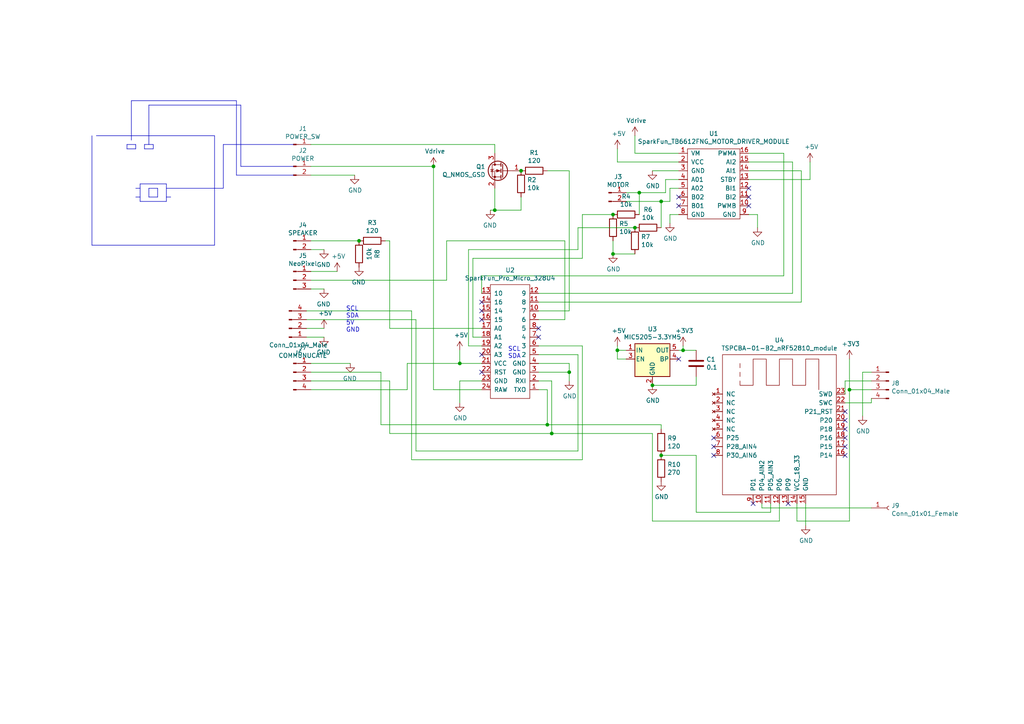
<source format=kicad_sch>
(kicad_sch (version 20230121) (generator eeschema)
  (paper "A4")
  (lib_symbols
    (symbol "Connector:Conn_01x01_Female" (pin_names (offset 1.016) hide)
      (property "Reference" "J" (at 0 2.54 0))
      (property "Value" "Conn_01x01_Female" (at 0 -2.54 0))
      (symbol "Conn_01x01_Female_1_1"
        (polyline (pts (xy -1.27 0) (xy -0.508 0)) (stroke (width 0.1524)))
        (arc (start 0 0.508) (mid -0.5058 0) (end 0 -0.508) (stroke (width 0.1524)))
        (pin passive line (at -5.08 0 0) (length 3.81) (name "Pin_1") (number "1"))
      )
    )
    (symbol "Connector:Conn_01x01_Male" (pin_names (offset 1.016) hide)
      (property "Reference" "J" (at 0 2.54 0))
      (property "Value" "Conn_01x01_Male" (at 0 -2.54 0))
      (symbol "Conn_01x01_Male_1_1"
        (polyline (pts (xy 1.27 0) (xy 0.8636 0)) (stroke (width 0.1524)))
        (rectangle (start 0.8636 0.127) (end 0 -0.127) (stroke (width 0.1524)) (fill (type outline)))
        (pin passive line (at 5.08 0 180) (length 3.81) (name "Pin_1") (number "1"))
      )
    )
    (symbol "Connector:Conn_01x02_Male" (pin_names (offset 1.016) hide)
      (property "Reference" "J" (at 0 2.54 0))
      (property "Value" "Conn_01x02_Male" (at 0 -5.08 0))
      (symbol "Conn_01x02_Male_1_1"
        (polyline (pts (xy 1.27 -2.54) (xy 0.8636 -2.54)) (stroke (width 0.1524)))
        (polyline (pts (xy 1.27 0) (xy 0.8636 0)) (stroke (width 0.1524)))
        (rectangle (start 0.8636 -2.413) (end 0 -2.667) (stroke (width 0.1524)) (fill (type outline)))
        (rectangle (start 0.8636 0.127) (end 0 -0.127) (stroke (width 0.1524)) (fill (type outline)))
        (pin passive line (at 5.08 0 180) (length 3.81) (name "Pin_1") (number "1"))
        (pin passive line (at 5.08 -2.54 180) (length 3.81) (name "Pin_2") (number "2"))
      )
    )
    (symbol "Connector:Conn_01x03_Male" (pin_names (offset 1.016) hide)
      (property "Reference" "J" (at 0 5.08 0))
      (property "Value" "Conn_01x03_Male" (at 0 -5.08 0))
      (symbol "Conn_01x03_Male_1_1"
        (polyline (pts (xy 1.27 -2.54) (xy 0.8636 -2.54)) (stroke (width 0.1524)))
        (polyline (pts (xy 1.27 0) (xy 0.8636 0)) (stroke (width 0.1524)))
        (polyline (pts (xy 1.27 2.54) (xy 0.8636 2.54)) (stroke (width 0.1524)))
        (rectangle (start 0.8636 -2.413) (end 0 -2.667) (stroke (width 0.1524)) (fill (type outline)))
        (rectangle (start 0.8636 0.127) (end 0 -0.127) (stroke (width 0.1524)) (fill (type outline)))
        (rectangle (start 0.8636 2.667) (end 0 2.413) (stroke (width 0.1524)) (fill (type outline)))
        (pin passive line (at 5.08 2.54 180) (length 3.81) (name "Pin_1") (number "1"))
        (pin passive line (at 5.08 0 180) (length 3.81) (name "Pin_2") (number "2"))
        (pin passive line (at 5.08 -2.54 180) (length 3.81) (name "Pin_3") (number "3"))
      )
    )
    (symbol "Connector:Conn_01x04_Male" (pin_names (offset 1.016) hide)
      (property "Reference" "J" (at 0 5.08 0))
      (property "Value" "Conn_01x04_Male" (at 0 -7.62 0))
      (symbol "Conn_01x04_Male_1_1"
        (polyline (pts (xy 1.27 -5.08) (xy 0.8636 -5.08)) (stroke (width 0.1524)))
        (polyline (pts (xy 1.27 -2.54) (xy 0.8636 -2.54)) (stroke (width 0.1524)))
        (polyline (pts (xy 1.27 0) (xy 0.8636 0)) (stroke (width 0.1524)))
        (polyline (pts (xy 1.27 2.54) (xy 0.8636 2.54)) (stroke (width 0.1524)))
        (rectangle (start 0.8636 -4.953) (end 0 -5.207) (stroke (width 0.1524)) (fill (type outline)))
        (rectangle (start 0.8636 -2.413) (end 0 -2.667) (stroke (width 0.1524)) (fill (type outline)))
        (rectangle (start 0.8636 0.127) (end 0 -0.127) (stroke (width 0.1524)) (fill (type outline)))
        (rectangle (start 0.8636 2.667) (end 0 2.413) (stroke (width 0.1524)) (fill (type outline)))
        (pin passive line (at 5.08 2.54 180) (length 3.81) (name "Pin_1") (number "1"))
        (pin passive line (at 5.08 0 180) (length 3.81) (name "Pin_2") (number "2"))
        (pin passive line (at 5.08 -2.54 180) (length 3.81) (name "Pin_3") (number "3"))
        (pin passive line (at 5.08 -5.08 180) (length 3.81) (name "Pin_4") (number "4"))
      )
    )
    (symbol "Device:C" (pin_numbers hide) (pin_names (offset 0.254))
      (property "Reference" "C" (at 0.635 2.54 0))
      (property "Value" "C" (at 0.635 -2.54 0))
      (symbol "C_0_1"
        (polyline (pts (xy -2.032 -0.762) (xy 2.032 -0.762)) (stroke (width 0.508)))
        (polyline (pts (xy -2.032 0.762) (xy 2.032 0.762)) (stroke (width 0.508)))
      )
      (symbol "C_1_1"
        (pin passive line (at 0 3.81 270) (length 2.794) (name "~") (number "1"))
        (pin passive line (at 0 -3.81 90) (length 2.794) (name "~") (number "2"))
      )
    )
    (symbol "Device:Q_NMOS_GSD" (pin_names (offset 0) hide)
      (property "Reference" "Q" (at 5.08 1.27 0))
      (property "Value" "Q_NMOS_GSD" (at 5.08 -1.27 0))
      (symbol "Q_NMOS_GSD_0_1"
        (polyline (pts (xy 0.254 0) (xy -2.54 0)))
        (polyline (pts (xy 0.254 1.905) (xy 0.254 -1.905)) (stroke (width 0.254)))
        (polyline (pts (xy 0.762 -1.27) (xy 0.762 -2.286)) (stroke (width 0.254)))
        (polyline (pts (xy 0.762 0.508) (xy 0.762 -0.508)) (stroke (width 0.254)))
        (polyline (pts (xy 0.762 2.286) (xy 0.762 1.27)) (stroke (width 0.254)))
        (polyline (pts (xy 2.54 2.54) (xy 2.54 1.778)))
        (polyline (pts (xy 2.54 -2.54) (xy 2.54 0) (xy 0.762 0)))
        (polyline (pts (xy 0.762 -1.778) (xy 3.302 -1.778) (xy 3.302 1.778) (xy 0.762 1.778)))
        (polyline (pts (xy 1.016 0) (xy 2.032 0.381) (xy 2.032 -0.381) (xy 1.016 0)) (fill (type outline)))
        (polyline (pts (xy 2.794 0.508) (xy 2.921 0.381) (xy 3.683 0.381) (xy 3.81 0.254)))
        (polyline (pts (xy 3.302 0.381) (xy 2.921 -0.254) (xy 3.683 -0.254) (xy 3.302 0.381)))
        (circle (center 1.651 0) (radius 2.794) (stroke (width 0.254)))
        (circle (center 2.54 -1.778) (radius 0.254) (fill (type outline)))
        (circle (center 2.54 1.778) (radius 0.254) (fill (type outline)))
      )
      (symbol "Q_NMOS_GSD_1_1"
        (pin input line (at -5.08 0 0) (length 2.54) (name "G") (number "1"))
        (pin passive line (at 2.54 -5.08 90) (length 2.54) (name "S") (number "2"))
        (pin passive line (at 2.54 5.08 270) (length 2.54) (name "D") (number "3"))
      )
    )
    (symbol "Device:R" (pin_numbers hide) (pin_names (offset 0))
      (property "Reference" "R" (at 2.032 0 90))
      (property "Value" "R" (at 0 0 90))
      (symbol "R_0_1"
        (rectangle (start -1.016 -2.54) (end 1.016 2.54) (stroke (width 0.254)))
      )
      (symbol "R_1_1"
        (pin passive line (at 0 3.81 270) (length 1.27) (name "~") (number "1"))
        (pin passive line (at 0 -3.81 90) (length 1.27) (name "~") (number "2"))
      )
    )
    (symbol "QuinoaChipPlant-rescue:SparkFun_Pro_Micro_328U4-nanbuwks" (pin_names (offset 1.016))
      (property "Reference" "U" (at -1.27 17.78 0))
      (property "Value" "nanbuwks_SparkFun_Pro_Micro_328U4" (at 0 -17.78 0))
      (symbol "SparkFun_Pro_Micro_328U4-nanbuwks_0_1"
        (rectangle (start -6.35 16.51) (end 5.08 -16.51))
      )
      (symbol "SparkFun_Pro_Micro_328U4-nanbuwks_1_1"
        (pin input line (at 7.62 -13.97 180) (length 2.54) (name "TXO") (number "1"))
        (pin bidirectional line (at 7.62 8.89 180) (length 2.54) (name "7") (number "10"))
        (pin bidirectional line (at 7.62 11.43 180) (length 2.54) (name "8") (number "11"))
        (pin bidirectional line (at 7.62 13.97 180) (length 2.54) (name "9") (number "12"))
        (pin bidirectional line (at -8.89 13.97 0) (length 2.54) (name "10") (number "13"))
        (pin bidirectional line (at -8.89 11.43 0) (length 2.54) (name "16") (number "14"))
        (pin bidirectional line (at -8.89 8.89 0) (length 2.54) (name "14") (number "15"))
        (pin bidirectional line (at -8.89 6.35 0) (length 2.54) (name "15") (number "16"))
        (pin bidirectional line (at -8.89 3.81 0) (length 2.54) (name "A0") (number "17"))
        (pin bidirectional line (at -8.89 1.27 0) (length 2.54) (name "A1") (number "18"))
        (pin bidirectional line (at -8.89 -1.27 0) (length 2.54) (name "A2") (number "19"))
        (pin input line (at 7.62 -11.43 180) (length 2.54) (name "RXI") (number "2"))
        (pin bidirectional line (at -8.89 -3.81 0) (length 2.54) (name "A3") (number "20"))
        (pin power_in line (at -8.89 -6.35 0) (length 2.54) (name "VCC") (number "21"))
        (pin power_in line (at -8.89 -8.89 0) (length 2.54) (name "RST") (number "22"))
        (pin power_in line (at -8.89 -11.43 0) (length 2.54) (name "GND") (number "23"))
        (pin power_in line (at -8.89 -13.97 0) (length 2.54) (name "RAW") (number "24"))
        (pin power_in line (at 7.62 -8.89 180) (length 2.54) (name "GND") (number "3"))
        (pin power_in line (at 7.62 -6.35 180) (length 2.54) (name "GND") (number "4"))
        (pin bidirectional line (at 7.62 -3.81 180) (length 2.54) (name "2") (number "5"))
        (pin bidirectional line (at 7.62 -1.27 180) (length 2.54) (name "3") (number "6"))
        (pin bidirectional line (at 7.62 1.27 180) (length 2.54) (name "4") (number "7"))
        (pin bidirectional line (at 7.62 3.81 180) (length 2.54) (name "5") (number "8"))
        (pin bidirectional line (at 7.62 6.35 180) (length 2.54) (name "6") (number "9"))
      )
    )
    (symbol "QuinoaChipPlant-rescue:SparkFun_TB6612FNG_MOTOR_DRIVER_MODULE-nanbuwks" (pin_names (offset 1.016))
      (property "Reference" "U" (at -1.27 11.43 0))
      (property "Value" "nanbuwks_SparkFun_TB6612FNG_MOTOR_DRIVER_MODULE" (at 0 -11.43 0))
      (symbol "SparkFun_TB6612FNG_MOTOR_DRIVER_MODULE-nanbuwks_0_1"
        (rectangle (start -7.62 10.16) (end 7.62 -10.16))
      )
      (symbol "SparkFun_TB6612FNG_MOTOR_DRIVER_MODULE-nanbuwks_1_1"
        (pin power_in line (at -10.16 8.89 0) (length 2.54) (name "VM") (number "1"))
        (pin input line (at 10.16 -6.35 180) (length 2.54) (name "PWMB") (number "10"))
        (pin input line (at 10.16 -3.81 180) (length 2.54) (name "BI2") (number "11"))
        (pin input line (at 10.16 -1.27 180) (length 2.54) (name "BI1") (number "12"))
        (pin input line (at 10.16 1.27 180) (length 2.54) (name "STBY") (number "13"))
        (pin input line (at 10.16 3.81 180) (length 2.54) (name "AI1") (number "14"))
        (pin input line (at 10.16 6.35 180) (length 2.54) (name "AI2") (number "15"))
        (pin input line (at 10.16 8.89 180) (length 2.54) (name "PWMA") (number "16"))
        (pin power_in line (at -10.16 6.35 0) (length 2.54) (name "VCC") (number "2"))
        (pin power_in line (at -10.16 3.81 0) (length 2.54) (name "GND") (number "3"))
        (pin output line (at -10.16 1.27 0) (length 2.54) (name "A01") (number "4"))
        (pin output line (at -10.16 -1.27 0) (length 2.54) (name "A02") (number "5"))
        (pin output line (at -10.16 -3.81 0) (length 2.54) (name "B02") (number "6"))
        (pin output line (at -10.16 -6.35 0) (length 2.54) (name "B01") (number "7"))
        (pin power_in line (at -10.16 -8.89 0) (length 2.54) (name "GND") (number "8"))
        (pin power_in line (at 10.16 -8.89 180) (length 2.54) (name "GND") (number "9"))
      )
    )
    (symbol "QuinoaChipPlant-rescue:TSPCBA-01-B2_nRF52810_module-nanbuwks" (pin_names (offset 1.016))
      (property "Reference" "U" (at 0 0 0))
      (property "Value" "nanbuwks_TSPCBA-01-B2_nRF52810_module" (at 0 24.13 0))
      (symbol "TSPCBA-01-B2_nRF52810_module-nanbuwks_0_1"
        (rectangle (start -16.51 22.86) (end 16.51 -17.78))
        (polyline (pts (xy -11.43 16.51) (xy -11.43 17.78)))
        (polyline (pts (xy -11.43 19.05) (xy -11.43 20.32)))
        (polyline (pts (xy 11.43 12.7) (xy 11.43 20.32) (xy 11.43 21.59) (xy 7.62 21.59) (xy 7.62 13.97) (xy 3.81 13.97) (xy 3.81 21.59) (xy 0 21.59) (xy 0 13.97) (xy -3.81 13.97) (xy -3.81 21.59) (xy -7.62 21.59) (xy -7.62 13.97) (xy -11.43 13.97) (xy -11.43 15.24)))
      )
      (symbol "TSPCBA-01-B2_nRF52810_module-nanbuwks_1_1"
        (pin no_connect line (at -19.05 11.43 0) (length 2.54) (name "NC") (number "1"))
        (pin bidirectional line (at -5.08 -20.32 90) (length 2.54) (name "P04_AIN2") (number "10"))
        (pin bidirectional line (at -2.54 -20.32 90) (length 2.54) (name "P05_AIN3") (number "11"))
        (pin bidirectional line (at 0 -20.32 90) (length 2.54) (name "P06") (number "12"))
        (pin bidirectional line (at 2.54 -20.32 90) (length 2.54) (name "P09") (number "13"))
        (pin power_in line (at 5.08 -20.32 90) (length 2.54) (name "VCC_18_33") (number "14"))
        (pin power_in line (at 7.62 -20.32 90) (length 2.54) (name "GND") (number "15"))
        (pin bidirectional line (at 19.05 -6.35 180) (length 2.54) (name "P14") (number "16"))
        (pin bidirectional line (at 19.05 -3.81 180) (length 2.54) (name "P15") (number "17"))
        (pin bidirectional line (at 19.05 -1.27 180) (length 2.54) (name "P16") (number "18"))
        (pin bidirectional line (at 19.05 1.27 180) (length 2.54) (name "P18") (number "19"))
        (pin no_connect line (at -19.05 8.89 0) (length 2.54) (name "NC") (number "2"))
        (pin bidirectional line (at 19.05 3.81 180) (length 2.54) (name "P20") (number "20"))
        (pin bidirectional line (at 19.05 6.35 180) (length 2.54) (name "P21_RST") (number "21"))
        (pin bidirectional line (at 19.05 8.89 180) (length 2.54) (name "SWC") (number "22"))
        (pin bidirectional line (at 19.05 11.43 180) (length 2.54) (name "SWD") (number "23"))
        (pin no_connect line (at -19.05 6.35 0) (length 2.54) (name "NC") (number "3"))
        (pin no_connect line (at -19.05 3.81 0) (length 2.54) (name "NC") (number "4"))
        (pin no_connect line (at -19.05 1.27 0) (length 2.54) (name "NC") (number "5"))
        (pin bidirectional line (at -19.05 -1.27 0) (length 2.54) (name "P25") (number "6"))
        (pin bidirectional line (at -19.05 -3.81 0) (length 2.54) (name "P28_AIN4") (number "7"))
        (pin bidirectional line (at -19.05 -6.35 0) (length 2.54) (name "P30_AIN6") (number "8"))
        (pin bidirectional line (at -7.62 -20.32 90) (length 2.54) (name "P01") (number "9"))
      )
    )
    (symbol "Regulator_Linear:MIC5205-3.3YM5" (pin_names (offset 0.254))
      (property "Reference" "U" (at -3.81 5.715 0))
      (property "Value" "MIC5205-3.3YM5" (at 0 5.715 0))
      (symbol "MIC5205-3.3YM5_0_1"
        (rectangle (start -5.08 4.445) (end 5.08 -5.08) (stroke (width 0.254)) (fill (type background)))
      )
      (symbol "MIC5205-3.3YM5_1_1"
        (pin power_in line (at -7.62 2.54 0) (length 2.54) (name "IN") (number "1"))
        (pin power_in line (at 0 -7.62 90) (length 2.54) (name "GND") (number "2"))
        (pin input line (at -7.62 0 0) (length 2.54) (name "EN") (number "3"))
        (pin input line (at 7.62 0 180) (length 2.54) (name "BP") (number "4"))
        (pin power_out line (at 7.62 2.54 180) (length 2.54) (name "OUT") (number "5"))
      )
    )
    (symbol "power:+3.3V" (power) (pin_names (offset 0))
      (property "Value" "+3.3V" (at 0 3.556 0))
      (symbol "+3.3V_0_1"
        (polyline (pts (xy -0.762 1.27) (xy 0 2.54)))
        (polyline (pts (xy 0 0) (xy 0 2.54)))
        (polyline (pts (xy 0 2.54) (xy 0.762 1.27)))
      )
      (symbol "+3.3V_1_1"
        (pin power_in line (at 0 0 90) (length 0) hide (name "+3V3") (number "1"))
      )
    )
    (symbol "power:+5V" (power) (pin_names (offset 0))
      (property "Value" "+5V" (at 0 3.556 0))
      (symbol "+5V_0_1"
        (polyline (pts (xy -0.762 1.27) (xy 0 2.54)))
        (polyline (pts (xy 0 0) (xy 0 2.54)))
        (polyline (pts (xy 0 2.54) (xy 0.762 1.27)))
      )
      (symbol "+5V_1_1"
        (pin power_in line (at 0 0 90) (length 0) hide (name "+5V") (number "1"))
      )
    )
    (symbol "power:GND" (power) (pin_names (offset 0))
      (property "Value" "GND" (at 0 -3.81 0))
      (symbol "GND_0_1"
        (polyline (pts (xy 0 0) (xy 0 -1.27) (xy 1.27 -1.27) (xy 0 -2.54) (xy -1.27 -1.27) (xy 0 -1.27)))
      )
      (symbol "GND_1_1"
        (pin power_in line (at 0 0 270) (length 0) hide (name "GND") (number "1"))
      )
    )
    (symbol "power:Vdrive" (power) (pin_names (offset 0))
      (property "Value" "Vdrive" (at 0 3.81 0))
      (symbol "Vdrive_0_1"
        (polyline (pts (xy -0.762 1.27) (xy 0 2.54)))
        (polyline (pts (xy 0 0) (xy 0 2.54)))
        (polyline (pts (xy 0 2.54) (xy 0.762 1.27)))
      )
      (symbol "Vdrive_1_1"
        (pin power_in line (at 0 0 90) (length 0) hide (name "Vdrive") (number "1"))
      )
    )
  )
  (junction (at 179.07 101.6))
  (junction (at 191.77 58.42))
  (junction (at 133.35 105.41))
  (junction (at 177.8 73.66))
  (junction (at 143.51 60.96))
  (junction (at 158.75 123.19))
  (junction (at 104.14 69.85))
  (junction (at 189.23 111.76))
  (junction (at 125.73 48.26))
  (junction (at 151.13 49.53))
  (junction (at 184.15 66.04))
  (junction (at 160.02 125.73))
  (junction (at 191.77 132.08))
  (junction (at 165.1 107.95))
  (junction (at 177.8 62.23))
  (junction (at 198.12 101.6))
  (junction (at 246.38 113.03))
  (junction (at 185.42 55.88))
  (no_connect (at 217.17 54.61))
  (no_connect (at 139.7 102.87))
  (no_connect (at 156.21 95.25))
  (no_connect (at 245.11 121.92))
  (no_connect (at 207.01 129.54))
  (no_connect (at 245.11 119.38))
  (no_connect (at 207.01 127))
  (no_connect (at 245.11 129.54))
  (no_connect (at 156.21 97.79))
  (no_connect (at 228.6 146.05))
  (no_connect (at 196.85 104.14))
  (no_connect (at 139.7 92.71))
  (no_connect (at 217.17 59.69))
  (no_connect (at 139.7 90.17))
  (no_connect (at 207.01 132.08))
  (no_connect (at 217.17 57.15))
  (no_connect (at 196.85 59.69))
  (no_connect (at 218.44 146.05))
  (no_connect (at 196.85 57.15))
  (no_connect (at 245.11 132.08))
  (no_connect (at 139.7 107.95))
  (no_connect (at 245.11 124.46))
  (no_connect (at 245.11 127))
  (no_connect (at 139.7 87.63))
  (polyline (pts (xy 68.58 50.8) (xy 85.09 50.8)))
  (wire (pts (xy 185.42 62.23) (xy 185.42 55.88)))
  (wire (pts (xy 156.21 87.63) (xy 232.41 87.63)))
  (wire (pts (xy 158.75 113.03) (xy 158.75 123.19)))
  (wire (pts (xy 184.15 44.45) (xy 184.15 39.37)))
  (polyline (pts (xy 26.67 71.12) (xy 62.23 71.12)))
  (polyline (pts (xy 38.1 29.21) (xy 68.58 29.21)))
  (wire (pts (xy 168.91 100.33) (xy 168.91 133.35)))
  (wire (pts (xy 125.73 48.26) (xy 125.73 113.03)))
  (wire (pts (xy 252.73 107.95) (xy 250.19 107.95)))
  (wire (pts (xy 196.85 49.53) (xy 189.23 49.53)))
  (wire (pts (xy 119.38 90.17) (xy 88.9 90.17)))
  (wire (pts (xy 233.68 146.05) (xy 233.68 152.4)))
  (wire (pts (xy 179.07 100.33) (xy 179.07 101.6)))
  (wire (pts (xy 217.17 44.45) (xy 227.33 44.45)))
  (wire (pts (xy 252.73 116.84) (xy 252.73 115.57)))
  (wire (pts (xy 139.7 105.41) (xy 133.35 105.41)))
  (polyline (pts (xy 85.09 48.26) (xy 69.85 48.26)))
  (wire (pts (xy 156.21 100.33) (xy 168.91 100.33)))
  (wire (pts (xy 189.23 125.73) (xy 189.23 151.13)))
  (polyline (pts (xy 48.26 54.61) (xy 64.77 54.61)))
  (wire (pts (xy 110.49 123.19) (xy 158.75 123.19)))
  (wire (pts (xy 219.71 62.23) (xy 219.71 66.04)))
  (wire (pts (xy 168.91 62.23) (xy 177.8 62.23)))
  (wire (pts (xy 137.16 74.93) (xy 168.91 74.93)))
  (wire (pts (xy 160.02 110.49) (xy 156.21 110.49)))
  (polyline (pts (xy 39.37 41.91) (xy 36.83 41.91)))
  (polyline (pts (xy 48.26 53.34) (xy 40.64 53.34)))
  (wire (pts (xy 191.77 58.42) (xy 181.61 58.42)))
  (wire (pts (xy 90.17 81.28) (xy 129.54 81.28)))
  (wire (pts (xy 201.93 111.76) (xy 201.93 109.22)))
  (wire (pts (xy 163.83 92.71) (xy 156.21 92.71)))
  (wire (pts (xy 156.21 105.41) (xy 165.1 105.41)))
  (wire (pts (xy 90.17 48.26) (xy 125.73 48.26)))
  (wire (pts (xy 227.33 44.45) (xy 227.33 80.01)))
  (wire (pts (xy 201.93 132.08) (xy 201.93 148.59)))
  (wire (pts (xy 189.23 151.13) (xy 226.06 151.13)))
  (polyline (pts (xy 41.91 41.91) (xy 41.91 43.18)))
  (wire (pts (xy 165.1 90.17) (xy 156.21 90.17)))
  (polyline (pts (xy 40.64 58.42) (xy 48.26 58.42)))
  (polyline (pts (xy 43.18 30.48) (xy 43.18 41.91)))
  (wire (pts (xy 191.77 132.08) (xy 201.93 132.08)))
  (polyline (pts (xy 26.67 39.37) (xy 26.67 71.12)))
  (wire (pts (xy 223.52 146.05) (xy 223.52 148.59)))
  (polyline (pts (xy 40.64 54.61) (xy 39.37 54.61)))
  (polyline (pts (xy 39.37 43.18) (xy 39.37 41.91)))
  (polyline (pts (xy 40.64 53.34) (xy 40.64 58.42)))
  (wire (pts (xy 167.64 130.81) (xy 167.64 102.87)))
  (wire (pts (xy 229.87 46.99) (xy 217.17 46.99)))
  (wire (pts (xy 167.64 72.39) (xy 167.64 66.04)))
  (wire (pts (xy 160.02 125.73) (xy 189.23 125.73)))
  (wire (pts (xy 139.7 110.49) (xy 133.35 110.49)))
  (wire (pts (xy 252.73 113.03) (xy 246.38 113.03)))
  (wire (pts (xy 193.04 55.88) (xy 193.04 52.07)))
  (wire (pts (xy 198.12 101.6) (xy 201.93 101.6)))
  (wire (pts (xy 143.51 54.61) (xy 143.51 60.96)))
  (wire (pts (xy 231.14 151.13) (xy 231.14 146.05)))
  (wire (pts (xy 90.17 113.03) (xy 118.11 113.03)))
  (wire (pts (xy 198.12 101.6) (xy 198.12 100.33)))
  (wire (pts (xy 151.13 57.15) (xy 151.13 60.96)))
  (polyline (pts (xy 41.91 43.18) (xy 44.45 43.18)))
  (polyline (pts (xy 62.23 39.37) (xy 27.94 39.37)))
  (wire (pts (xy 113.03 69.85) (xy 113.03 95.25)))
  (wire (pts (xy 165.1 107.95) (xy 165.1 110.49)))
  (wire (pts (xy 88.9 92.71) (xy 120.65 92.71)))
  (wire (pts (xy 135.89 72.39) (xy 167.64 72.39)))
  (wire (pts (xy 133.35 105.41) (xy 133.35 101.6)))
  (wire (pts (xy 229.87 46.99) (xy 229.87 85.09)))
  (wire (pts (xy 191.77 123.19) (xy 158.75 123.19)))
  (wire (pts (xy 143.51 41.91) (xy 143.51 44.45)))
  (wire (pts (xy 151.13 60.96) (xy 143.51 60.96)))
  (polyline (pts (xy 44.45 41.91) (xy 41.91 41.91)))
  (polyline (pts (xy 48.26 57.15) (xy 49.53 57.15)))
  (wire (pts (xy 163.83 69.85) (xy 163.83 92.71)))
  (wire (pts (xy 196.85 44.45) (xy 184.15 44.45)))
  (wire (pts (xy 129.54 69.85) (xy 129.54 81.28)))
  (wire (pts (xy 129.54 69.85) (xy 163.83 69.85)))
  (wire (pts (xy 158.75 49.53) (xy 165.1 49.53)))
  (polyline (pts (xy 45.72 57.15) (xy 45.72 54.61)))
  (wire (pts (xy 246.38 113.03) (xy 246.38 151.13)))
  (wire (pts (xy 181.61 104.14) (xy 179.07 104.14)))
  (wire (pts (xy 139.7 97.79) (xy 137.16 97.79)))
  (polyline (pts (xy 44.45 43.18) (xy 44.45 41.91)))
  (wire (pts (xy 139.7 85.09) (xy 139.7 80.01)))
  (wire (pts (xy 137.16 97.79) (xy 137.16 74.93)))
  (wire (pts (xy 90.17 83.82) (xy 93.98 83.82)))
  (wire (pts (xy 125.73 113.03) (xy 139.7 113.03)))
  (polyline (pts (xy 62.23 71.12) (xy 62.23 39.37)))
  (wire (pts (xy 90.17 50.8) (xy 102.87 50.8)))
  (wire (pts (xy 167.64 102.87) (xy 156.21 102.87)))
  (wire (pts (xy 156.21 107.95) (xy 165.1 107.95)))
  (wire (pts (xy 234.95 52.07) (xy 234.95 46.99)))
  (wire (pts (xy 133.35 110.49) (xy 133.35 116.84)))
  (polyline (pts (xy 69.85 30.48) (xy 43.18 30.48)))
  (wire (pts (xy 245.11 116.84) (xy 252.73 116.84)))
  (wire (pts (xy 217.17 62.23) (xy 219.71 62.23)))
  (wire (pts (xy 245.11 114.3) (xy 245.11 110.49)))
  (wire (pts (xy 111.76 69.85) (xy 113.03 69.85)))
  (wire (pts (xy 177.8 69.85) (xy 177.8 73.66)))
  (wire (pts (xy 193.04 52.07) (xy 196.85 52.07)))
  (wire (pts (xy 118.11 113.03) (xy 118.11 105.41)))
  (polyline (pts (xy 43.18 57.15) (xy 45.72 57.15)))
  (wire (pts (xy 184.15 66.04) (xy 167.64 66.04)))
  (wire (pts (xy 181.61 55.88) (xy 185.42 55.88)))
  (wire (pts (xy 135.89 72.39) (xy 135.89 100.33)))
  (polyline (pts (xy 48.26 58.42) (xy 48.26 53.34)))
  (wire (pts (xy 191.77 124.46) (xy 191.77 123.19)))
  (wire (pts (xy 120.65 130.81) (xy 167.64 130.81)))
  (wire (pts (xy 185.42 55.88) (xy 193.04 55.88)))
  (wire (pts (xy 196.85 54.61) (xy 194.31 54.61)))
  (wire (pts (xy 90.17 107.95) (xy 110.49 107.95)))
  (wire (pts (xy 168.91 74.93) (xy 168.91 62.23)))
  (wire (pts (xy 139.7 80.01) (xy 227.33 80.01)))
  (wire (pts (xy 229.87 85.09) (xy 156.21 85.09)))
  (wire (pts (xy 194.31 58.42) (xy 191.77 58.42)))
  (wire (pts (xy 189.23 111.76) (xy 201.93 111.76)))
  (wire (pts (xy 217.17 52.07) (xy 234.95 52.07)))
  (wire (pts (xy 179.07 43.18) (xy 179.07 46.99)))
  (wire (pts (xy 90.17 41.91) (xy 143.51 41.91)))
  (wire (pts (xy 246.38 113.03) (xy 246.38 104.14)))
  (wire (pts (xy 120.65 92.71) (xy 120.65 130.81)))
  (wire (pts (xy 220.98 146.05) (xy 220.98 147.32)))
  (wire (pts (xy 226.06 146.05) (xy 226.06 151.13)))
  (wire (pts (xy 90.17 72.39) (xy 93.98 72.39)))
  (wire (pts (xy 90.17 78.74) (xy 97.79 78.74)))
  (wire (pts (xy 191.77 66.04) (xy 191.77 58.42)))
  (wire (pts (xy 196.85 62.23) (xy 194.31 62.23)))
  (wire (pts (xy 113.03 95.25) (xy 139.7 95.25)))
  (wire (pts (xy 179.07 46.99) (xy 196.85 46.99)))
  (polyline (pts (xy 36.83 43.18) (xy 39.37 43.18)))
  (wire (pts (xy 119.38 133.35) (xy 119.38 90.17)))
  (polyline (pts (xy 64.77 41.91) (xy 85.09 41.91)))
  (wire (pts (xy 113.03 125.73) (xy 160.02 125.73)))
  (wire (pts (xy 177.8 73.66) (xy 184.15 73.66)))
  (wire (pts (xy 194.31 62.23) (xy 194.31 64.77)))
  (polyline (pts (xy 69.85 48.26) (xy 69.85 30.48)))
  (wire (pts (xy 194.31 54.61) (xy 194.31 58.42)))
  (wire (pts (xy 135.89 100.33) (xy 139.7 100.33)))
  (polyline (pts (xy 68.58 29.21) (xy 68.58 50.8)))
  (wire (pts (xy 90.17 110.49) (xy 113.03 110.49)))
  (wire (pts (xy 196.85 101.6) (xy 198.12 101.6)))
  (wire (pts (xy 250.19 107.95) (xy 250.19 120.65)))
  (wire (pts (xy 165.1 49.53) (xy 165.1 90.17)))
  (wire (pts (xy 220.98 147.32) (xy 252.73 147.32)))
  (wire (pts (xy 168.91 133.35) (xy 119.38 133.35)))
  (wire (pts (xy 165.1 105.41) (xy 165.1 107.95)))
  (wire (pts (xy 179.07 101.6) (xy 181.61 101.6)))
  (wire (pts (xy 156.21 113.03) (xy 158.75 113.03)))
  (wire (pts (xy 232.41 49.53) (xy 232.41 87.63)))
  (wire (pts (xy 90.17 105.41) (xy 101.6 105.41)))
  (wire (pts (xy 113.03 110.49) (xy 113.03 125.73)))
  (wire (pts (xy 245.11 110.49) (xy 252.73 110.49)))
  (wire (pts (xy 90.17 69.85) (xy 104.14 69.85)))
  (wire (pts (xy 118.11 105.41) (xy 133.35 105.41)))
  (wire (pts (xy 110.49 107.95) (xy 110.49 123.19)))
  (polyline (pts (xy 38.1 40.64) (xy 38.1 29.21)))
  (polyline (pts (xy 43.18 54.61) (xy 43.18 57.15)))
  (wire (pts (xy 88.9 97.79) (xy 93.98 97.79)))
  (wire (pts (xy 143.51 60.96) (xy 142.24 60.96)))
  (polyline (pts (xy 64.77 54.61) (xy 64.77 41.91)))
  (wire (pts (xy 201.93 148.59) (xy 223.52 148.59)))
  (wire (pts (xy 160.02 125.73) (xy 160.02 110.49)))
  (wire (pts (xy 88.9 95.25) (xy 93.98 95.25)))
  (polyline (pts (xy 45.72 54.61) (xy 43.18 54.61)))
  (polyline (pts (xy 40.64 57.15) (xy 39.37 57.15)))
  (wire (pts (xy 217.17 49.53) (xy 232.41 49.53)))
  (polyline (pts (xy 36.83 41.91) (xy 36.83 43.18)))
  (wire (pts (xy 179.07 104.14) (xy 179.07 101.6)))
  (wire (pts (xy 246.38 151.13) (xy 231.14 151.13)))
  (text "SCL\nSDA\n5V\nGND" (at 100.33 96.52 0) (effects (font (size 1.27 1.27)) (justify left bottom)))
  (text "SCL\nSDA" (at 147.32 104.14 0) (effects (font (size 1.27 1.27)) (justify left bottom)))
  (symbol (lib_id "Connector:Conn_01x01_Male") (at 85.09 41.91 0) (unit 1)
    (property "Reference" "J1" (at 87.8332 37.3126 0))
    (property "Value" "POWER_SW" (at 87.8332 39.624 0))
    (property "Footprint" "Connector_PinHeader_2.54mm:PinHeader_1x01_P2.54mm_Vertical" (effects hide))
  )
  (symbol (lib_id "Connector:Conn_01x02_Male") (at 85.09 48.26 0) (unit 1)
    (property "Reference" "J2" (at 87.8332 43.6626 0))
    (property "Value" "POWER" (at 87.8332 45.974 0))
    (property "Footprint" "Connector_PinHeader_2.54mm:PinHeader_1x02_P2.54mm_Vertical" (effects hide))
  )
  (symbol (lib_id "Connector:Conn_01x02_Male") (at 176.53 55.88 0) (unit 1)
    (property "Reference" "J3" (at 179.2732 51.2826 0))
    (property "Value" "MOTOR" (at 179.2732 53.594 0))
    (property "Footprint" "Connector_PinHeader_2.54mm:PinHeader_1x02_P2.54mm_Vertical" (effects hide))
  )
  (symbol (lib_id "Connector:Conn_01x02_Male") (at 85.09 69.85 0) (unit 1)
    (property "Reference" "J4" (at 87.8332 65.2526 0))
    (property "Value" "SPEAKER" (at 87.8332 67.564 0))
    (property "Footprint" "Connector_PinHeader_2.54mm:PinHeader_1x02_P2.54mm_Vertical" (effects hide))
  )
  (symbol (lib_id "Connector:Conn_01x03_Male") (at 85.09 81.28 0) (unit 1)
    (property "Reference" "J5" (at 87.8332 74.1426 0))
    (property "Value" "NeoPixel" (at 87.8332 76.454 0))
    (property "Footprint" "Connector_PinHeader_2.54mm:PinHeader_1x03_P2.54mm_Vertical" (effects hide))
  )
  (symbol (lib_id "Connector:Conn_01x04_Male") (at 85.09 107.95 0) (unit 1)
    (property "Reference" "J7" (at 87.8332 100.8126 0))
    (property "Value" "COMMUNUCATE" (at 87.8332 103.124 0))
    (property "Footprint" "Connector_PinHeader_2.54mm:PinHeader_1x04_P2.54mm_Vertical" (effects hide))
  )
  (symbol (lib_id "Device:Q_NMOS_GSD") (at 146.05 49.53 0) (mirror y) (unit 1)
    (property "Reference" "Q1" (at 140.8176 48.3616 0) (effects (justify left)))
    (property "Value" "Q_NMOS_GSD" (at 140.8176 50.673 0) (effects (justify left)))
    (property "Footprint" "Package_TO_SOT_SMD:SOT-23" (effects hide))
  )
  (symbol (lib_id "QuinoaChipPlant-rescue:SparkFun_Pro_Micro_328U4-nanbuwks") (at 148.59 99.06 0) (unit 1)
    (property "Reference" "U2" (at 147.955 78.359 0))
    (property "Value" "SparkFun_Pro_Micro_328U4" (at 147.955 80.6704 0))
    (property "Footprint" "library:SparkFun_Pro_Micro_32U4" (effects hide))
  )
  (symbol (lib_id "power:GND") (at 165.1 110.49 0) (unit 1)
    (property "Reference" "#PWR0101" (effects hide))
    (property "Value" "GND" (at 165.227 114.8842 0))
  )
  (symbol (lib_id "Device:R") (at 151.13 53.34 0) (mirror y) (unit 1)
    (property "Reference" "R2" (at 152.908 52.1716 0) (effects (justify right)))
    (property "Value" "10k" (at 152.908 54.483 0) (effects (justify right)))
    (property "Footprint" "Resistor_SMD:R_0603_1608Metric" (effects hide))
  )
  (symbol (lib_id "power:GND") (at 142.24 60.96 0) (mirror y) (unit 1)
    (property "Reference" "#PWR0102" (effects hide))
    (property "Value" "GND" (at 142.113 65.3542 0))
  )
  (symbol (lib_id "Device:R") (at 154.94 49.53 270) (unit 1)
    (property "Reference" "R1" (at 154.94 44.2722 90))
    (property "Value" "120" (at 154.94 46.5836 90))
    (property "Footprint" "Resistor_SMD:R_0603_1608Metric" (effects hide))
  )
  (symbol (lib_id "power:GND") (at 133.35 116.84 0) (unit 1)
    (property "Reference" "#PWR0103" (effects hide))
    (property "Value" "GND" (at 133.477 121.2342 0))
  )
  (symbol (lib_id "power:GND") (at 102.87 50.8 0) (unit 1)
    (property "Reference" "#PWR0104" (effects hide))
    (property "Value" "GND" (at 102.997 55.1942 0))
  )
  (symbol (lib_id "QuinoaChipPlant-rescue:SparkFun_TB6612FNG_MOTOR_DRIVER_MODULE-nanbuwks") (at 207.01 53.34 0) (unit 1)
    (property "Reference" "U1" (at 207.01 38.735 0))
    (property "Value" "SparkFun_TB6612FNG_MOTOR_DRIVER_MODULE" (at 207.01 41.0464 0))
    (property "Footprint" "library:SparkFun_TB6612FNG_MOTOR_DRIVER_MODULE" (effects hide))
  )
  (symbol (lib_id "power:GND") (at 194.31 64.77 0) (unit 1)
    (property "Reference" "#PWR0105" (effects hide))
    (property "Value" "GND" (at 194.437 69.1642 0))
  )
  (symbol (lib_id "power:GND") (at 219.71 66.04 0) (unit 1)
    (property "Reference" "#PWR0106" (effects hide))
    (property "Value" "GND" (at 219.837 70.4342 0))
  )
  (symbol (lib_id "power:GND") (at 189.23 49.53 0) (unit 1)
    (property "Reference" "#PWR0107" (effects hide))
    (property "Value" "GND" (at 189.357 53.9242 0))
  )
  (symbol (lib_id "power:+5V") (at 133.35 101.6 0) (unit 1)
    (property "Reference" "#PWR0108" (effects hide))
    (property "Value" "+5V" (at 133.731 97.2058 0))
  )
  (symbol (lib_id "power:+5V") (at 93.98 95.25 0) (unit 1)
    (property "Reference" "#PWR0109" (effects hide))
    (property "Value" "+5V" (at 94.361 90.8558 0))
  )
  (symbol (lib_id "power:+5V") (at 97.79 78.74 0) (unit 1)
    (property "Reference" "#PWR0110" (effects hide))
    (property "Value" "+5V" (at 98.171 74.3458 0))
  )
  (symbol (lib_id "power:+5V") (at 179.07 43.18 0) (unit 1)
    (property "Reference" "#PWR0111" (effects hide))
    (property "Value" "+5V" (at 179.451 38.7858 0))
  )
  (symbol (lib_id "power:Vdrive") (at 184.15 39.37 0) (unit 1)
    (property "Reference" "#PWR0112" (effects hide))
    (property "Value" "Vdrive" (at 184.5818 34.9758 0))
  )
  (symbol (lib_id "power:Vdrive") (at 125.73 48.26 0) (unit 1)
    (property "Reference" "#PWR0113" (effects hide))
    (property "Value" "Vdrive" (at 126.1618 43.8658 0))
  )
  (symbol (lib_id "power:GND") (at 93.98 72.39 0) (mirror y) (unit 1)
    (property "Reference" "#PWR0114" (effects hide))
    (property "Value" "GND" (at 93.853 76.7842 0))
  )
  (symbol (lib_id "power:GND") (at 93.98 83.82 0) (mirror y) (unit 1)
    (property "Reference" "#PWR0115" (effects hide))
    (property "Value" "GND" (at 93.853 88.2142 0))
  )
  (symbol (lib_id "power:GND") (at 93.98 97.79 0) (mirror y) (unit 1)
    (property "Reference" "#PWR0116" (effects hide))
    (property "Value" "GND" (at 93.853 102.1842 0))
  )
  (symbol (lib_id "power:GND") (at 101.6 105.41 0) (mirror y) (unit 1)
    (property "Reference" "#PWR0117" (effects hide))
    (property "Value" "GND" (at 101.473 109.8042 0))
  )
  (symbol (lib_id "Device:R") (at 107.95 69.85 270) (unit 1)
    (property "Reference" "R3" (at 107.95 64.5922 90))
    (property "Value" "120" (at 107.95 66.9036 90))
    (property "Footprint" "Resistor_SMD:R_0603_1608Metric" (effects hide))
  )
  (symbol (lib_id "Device:R") (at 104.14 73.66 180) (unit 1)
    (property "Reference" "R8" (at 109.3978 73.66 90))
    (property "Value" "10k" (at 107.0864 73.66 90))
    (property "Footprint" "Resistor_SMD:R_0603_1608Metric" (effects hide))
  )
  (symbol (lib_id "power:GND") (at 104.14 77.47 0) (mirror y) (unit 1)
    (property "Reference" "#PWR0120" (effects hide))
    (property "Value" "GND" (at 104.013 81.8642 0))
  )
  (symbol (lib_id "power:+5V") (at 234.95 46.99 0) (unit 1)
    (property "Reference" "#PWR0118" (effects hide))
    (property "Value" "+5V" (at 235.331 42.5958 0))
  )
  (symbol (lib_id "Device:R") (at 177.8 66.04 0) (mirror y) (unit 1)
    (property "Reference" "R5" (at 179.578 64.8716 0) (effects (justify right)))
    (property "Value" "10k" (at 179.578 67.183 0) (effects (justify right)))
    (property "Footprint" "Resistor_SMD:R_0603_1608Metric" (effects hide))
  )
  (symbol (lib_id "Device:R") (at 181.61 62.23 270) (unit 1)
    (property "Reference" "R4" (at 181.61 56.9722 90))
    (property "Value" "10k" (at 181.61 59.2836 90))
    (property "Footprint" "Resistor_SMD:R_0603_1608Metric" (effects hide))
  )
  (symbol (lib_id "Device:R") (at 184.15 69.85 0) (mirror y) (unit 1)
    (property "Reference" "R7" (at 185.928 68.6816 0) (effects (justify right)))
    (property "Value" "10k" (at 185.928 70.993 0) (effects (justify right)))
    (property "Footprint" "Resistor_SMD:R_0603_1608Metric" (effects hide))
  )
  (symbol (lib_id "Device:R") (at 187.96 66.04 270) (unit 1)
    (property "Reference" "R6" (at 187.96 60.7822 90))
    (property "Value" "10k" (at 187.96 63.0936 90))
    (property "Footprint" "Resistor_SMD:R_0603_1608Metric" (effects hide))
  )
  (symbol (lib_id "power:GND") (at 177.8 73.66 0) (unit 1)
    (property "Reference" "#PWR0119" (effects hide))
    (property "Value" "GND" (at 177.927 78.0542 0))
  )
  (symbol (lib_id "Regulator_Linear:MIC5205-3.3YM5") (at 189.23 104.14 0) (unit 1)
    (property "Reference" "U3" (at 189.23 95.4532 0))
    (property "Value" "MIC5205-3.3YM5" (at 189.23 97.7646 0))
    (property "Footprint" "Package_TO_SOT_SMD:SOT-23-5" (effects hide))
    (property "Datasheet" "http://ww1.microchip.com/downloads/en/DeviceDoc/20005785A.pdf" (effects hide))
  )
  (symbol (lib_id "QuinoaChipPlant-rescue:TSPCBA-01-B2_nRF52810_module-nanbuwks") (at 226.06 125.73 0) (unit 1)
    (property "Reference" "U4" (at 226.06 98.679 0))
    (property "Value" "TSPCBA-01-B2_nRF52810_module" (at 226.06 100.9904 0))
    (property "Footprint" "library:TSPCBA-01-B2_nRF52810_module" (effects hide))
  )
  (symbol (lib_id "power:+5V") (at 179.07 100.33 0) (unit 1)
    (property "Reference" "#PWR0121" (effects hide))
    (property "Value" "+5V" (at 179.451 95.9358 0))
  )
  (symbol (lib_id "power:+3.3V") (at 198.12 100.33 0) (unit 1)
    (property "Reference" "#PWR0122" (effects hide))
    (property "Value" "+3.3V" (at 198.501 95.9358 0))
  )
  (symbol (lib_id "power:GND") (at 189.23 111.76 0) (unit 1)
    (property "Reference" "#PWR0123" (effects hide))
    (property "Value" "GND" (at 189.357 116.1542 0))
  )
  (symbol (lib_id "Device:C") (at 201.93 105.41 0) (unit 1)
    (property "Reference" "C1" (at 204.851 104.2416 0) (effects (justify left)))
    (property "Value" "0.1" (at 204.851 106.553 0) (effects (justify left)))
    (property "Footprint" "Capacitor_SMD:C_0603_1608Metric" (effects hide))
  )
  (symbol (lib_id "Connector:Conn_01x04_Male") (at 257.81 110.49 0) (mirror y) (unit 1)
    (property "Reference" "J8" (at 258.5212 111.1504 0) (effects (justify right)))
    (property "Value" "Conn_01x04_Male" (at 258.5212 113.4618 0) (effects (justify right)))
    (property "Footprint" "Connector_PinHeader_2.54mm:PinHeader_1x04_P2.54mm_Vertical" (effects hide))
  )
  (symbol (lib_id "Connector:Conn_01x04_Male") (at 83.82 95.25 0) (mirror x) (unit 1)
    (property "Reference" "J6" (at 86.5632 102.3874 0))
    (property "Value" "Conn_01x04_Male" (at 86.5632 100.076 0))
    (property "Footprint" "Connector_JST:JST_PH_B4B-PH-K_1x04_P2.00mm_Vertical" (effects hide))
  )
  (symbol (lib_id "power:+3.3V") (at 246.38 104.14 0) (unit 1)
    (property "Reference" "#PWR0124" (effects hide))
    (property "Value" "+3.3V" (at 246.761 99.7458 0))
  )
  (symbol (lib_id "power:GND") (at 250.19 120.65 0) (unit 1)
    (property "Reference" "#PWR0125" (effects hide))
    (property "Value" "GND" (at 250.317 125.0442 0))
  )
  (symbol (lib_id "power:GND") (at 233.68 152.4 0) (unit 1)
    (property "Reference" "#PWR0126" (effects hide))
    (property "Value" "GND" (at 233.807 156.7942 0))
  )
  (symbol (lib_id "Connector:Conn_01x01_Female") (at 257.81 147.32 0) (unit 1)
    (property "Reference" "J9" (at 258.5212 146.6596 0) (effects (justify left)))
    (property "Value" "Conn_01x01_Female" (at 258.5212 148.971 0) (effects (justify left)))
    (property "Footprint" "Connector_PinHeader_2.54mm:PinHeader_1x01_P2.54mm_Vertical" (effects hide))
  )
  (symbol (lib_id "Device:R") (at 191.77 135.89 0) (unit 1)
    (property "Reference" "R10" (at 193.548 134.7216 0) (effects (justify left)))
    (property "Value" "270" (at 193.548 137.033 0) (effects (justify left)))
    (property "Footprint" "Resistor_SMD:R_0603_1608Metric" (effects hide))
  )
  (symbol (lib_id "Device:R") (at 191.77 128.27 0) (unit 1)
    (property "Reference" "R9" (at 193.548 127.1016 0) (effects (justify left)))
    (property "Value" "120" (at 193.548 129.413 0) (effects (justify left)))
    (property "Footprint" "Resistor_SMD:R_0603_1608Metric" (effects hide))
  )
  (symbol (lib_id "power:GND") (at 191.77 139.7 0) (unit 1)
    (property "Reference" "#PWR0127" (effects hide))
    (property "Value" "GND" (at 191.897 144.0942 0))
  )
)
</source>
